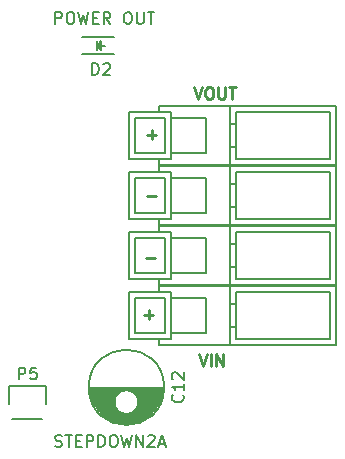
<source format=gbr>
G04 #@! TF.FileFunction,Legend,Top*
%FSLAX46Y46*%
G04 Gerber Fmt 4.6, Leading zero omitted, Abs format (unit mm)*
G04 Created by KiCad (PCBNEW 4.0.2-stable) date 07/11/2016 13:31:13*
%MOMM*%
G01*
G04 APERTURE LIST*
%ADD10C,0.150000*%
%ADD11C,0.250000*%
%ADD12C,0.200000*%
G04 APERTURE END LIST*
D10*
D11*
X144542095Y-74636381D02*
X144875428Y-75636381D01*
X145208762Y-74636381D01*
X145732571Y-74636381D02*
X145923048Y-74636381D01*
X146018286Y-74684000D01*
X146113524Y-74779238D01*
X146161143Y-74969714D01*
X146161143Y-75303048D01*
X146113524Y-75493524D01*
X146018286Y-75588762D01*
X145923048Y-75636381D01*
X145732571Y-75636381D01*
X145637333Y-75588762D01*
X145542095Y-75493524D01*
X145494476Y-75303048D01*
X145494476Y-74969714D01*
X145542095Y-74779238D01*
X145637333Y-74684000D01*
X145732571Y-74636381D01*
X146589714Y-74636381D02*
X146589714Y-75445905D01*
X146637333Y-75541143D01*
X146684952Y-75588762D01*
X146780190Y-75636381D01*
X146970667Y-75636381D01*
X147065905Y-75588762D01*
X147113524Y-75541143D01*
X147161143Y-75445905D01*
X147161143Y-74636381D01*
X147494476Y-74636381D02*
X148065905Y-74636381D01*
X147780190Y-75636381D02*
X147780190Y-74636381D01*
X144954762Y-97242381D02*
X145288095Y-98242381D01*
X145621429Y-97242381D01*
X145954762Y-98242381D02*
X145954762Y-97242381D01*
X146430952Y-98242381D02*
X146430952Y-97242381D01*
X147002381Y-98242381D01*
X147002381Y-97242381D01*
X141223952Y-89098429D02*
X140462047Y-89098429D01*
X141350952Y-83891429D02*
X140589047Y-83891429D01*
X141096952Y-93924429D02*
X140335047Y-93924429D01*
X140715999Y-94305381D02*
X140715999Y-93543476D01*
X141350952Y-78684429D02*
X140589047Y-78684429D01*
X140969999Y-79065381D02*
X140969999Y-78303476D01*
D12*
X132786952Y-69286381D02*
X132786952Y-68286381D01*
X133167905Y-68286381D01*
X133263143Y-68334000D01*
X133310762Y-68381619D01*
X133358381Y-68476857D01*
X133358381Y-68619714D01*
X133310762Y-68714952D01*
X133263143Y-68762571D01*
X133167905Y-68810190D01*
X132786952Y-68810190D01*
X133977428Y-68286381D02*
X134167905Y-68286381D01*
X134263143Y-68334000D01*
X134358381Y-68429238D01*
X134406000Y-68619714D01*
X134406000Y-68953048D01*
X134358381Y-69143524D01*
X134263143Y-69238762D01*
X134167905Y-69286381D01*
X133977428Y-69286381D01*
X133882190Y-69238762D01*
X133786952Y-69143524D01*
X133739333Y-68953048D01*
X133739333Y-68619714D01*
X133786952Y-68429238D01*
X133882190Y-68334000D01*
X133977428Y-68286381D01*
X134739333Y-68286381D02*
X134977428Y-69286381D01*
X135167905Y-68572095D01*
X135358381Y-69286381D01*
X135596476Y-68286381D01*
X135977428Y-68762571D02*
X136310762Y-68762571D01*
X136453619Y-69286381D02*
X135977428Y-69286381D01*
X135977428Y-68286381D01*
X136453619Y-68286381D01*
X137453619Y-69286381D02*
X137120285Y-68810190D01*
X136882190Y-69286381D02*
X136882190Y-68286381D01*
X137263143Y-68286381D01*
X137358381Y-68334000D01*
X137406000Y-68381619D01*
X137453619Y-68476857D01*
X137453619Y-68619714D01*
X137406000Y-68714952D01*
X137358381Y-68762571D01*
X137263143Y-68810190D01*
X136882190Y-68810190D01*
X138834571Y-68286381D02*
X139025048Y-68286381D01*
X139120286Y-68334000D01*
X139215524Y-68429238D01*
X139263143Y-68619714D01*
X139263143Y-68953048D01*
X139215524Y-69143524D01*
X139120286Y-69238762D01*
X139025048Y-69286381D01*
X138834571Y-69286381D01*
X138739333Y-69238762D01*
X138644095Y-69143524D01*
X138596476Y-68953048D01*
X138596476Y-68619714D01*
X138644095Y-68429238D01*
X138739333Y-68334000D01*
X138834571Y-68286381D01*
X139691714Y-68286381D02*
X139691714Y-69095905D01*
X139739333Y-69191143D01*
X139786952Y-69238762D01*
X139882190Y-69286381D01*
X140072667Y-69286381D01*
X140167905Y-69238762D01*
X140215524Y-69191143D01*
X140263143Y-69095905D01*
X140263143Y-68286381D01*
X140596476Y-68286381D02*
X141167905Y-68286381D01*
X140882190Y-69286381D02*
X140882190Y-68286381D01*
X132771143Y-105052762D02*
X132914000Y-105100381D01*
X133152096Y-105100381D01*
X133247334Y-105052762D01*
X133294953Y-105005143D01*
X133342572Y-104909905D01*
X133342572Y-104814667D01*
X133294953Y-104719429D01*
X133247334Y-104671810D01*
X133152096Y-104624190D01*
X132961619Y-104576571D01*
X132866381Y-104528952D01*
X132818762Y-104481333D01*
X132771143Y-104386095D01*
X132771143Y-104290857D01*
X132818762Y-104195619D01*
X132866381Y-104148000D01*
X132961619Y-104100381D01*
X133199715Y-104100381D01*
X133342572Y-104148000D01*
X133628286Y-104100381D02*
X134199715Y-104100381D01*
X133914000Y-105100381D02*
X133914000Y-104100381D01*
X134533048Y-104576571D02*
X134866382Y-104576571D01*
X135009239Y-105100381D02*
X134533048Y-105100381D01*
X134533048Y-104100381D01*
X135009239Y-104100381D01*
X135437810Y-105100381D02*
X135437810Y-104100381D01*
X135818763Y-104100381D01*
X135914001Y-104148000D01*
X135961620Y-104195619D01*
X136009239Y-104290857D01*
X136009239Y-104433714D01*
X135961620Y-104528952D01*
X135914001Y-104576571D01*
X135818763Y-104624190D01*
X135437810Y-104624190D01*
X136437810Y-105100381D02*
X136437810Y-104100381D01*
X136675905Y-104100381D01*
X136818763Y-104148000D01*
X136914001Y-104243238D01*
X136961620Y-104338476D01*
X137009239Y-104528952D01*
X137009239Y-104671810D01*
X136961620Y-104862286D01*
X136914001Y-104957524D01*
X136818763Y-105052762D01*
X136675905Y-105100381D01*
X136437810Y-105100381D01*
X137628286Y-104100381D02*
X137818763Y-104100381D01*
X137914001Y-104148000D01*
X138009239Y-104243238D01*
X138056858Y-104433714D01*
X138056858Y-104767048D01*
X138009239Y-104957524D01*
X137914001Y-105052762D01*
X137818763Y-105100381D01*
X137628286Y-105100381D01*
X137533048Y-105052762D01*
X137437810Y-104957524D01*
X137390191Y-104767048D01*
X137390191Y-104433714D01*
X137437810Y-104243238D01*
X137533048Y-104148000D01*
X137628286Y-104100381D01*
X138390191Y-104100381D02*
X138628286Y-105100381D01*
X138818763Y-104386095D01*
X139009239Y-105100381D01*
X139247334Y-104100381D01*
X139628286Y-105100381D02*
X139628286Y-104100381D01*
X140199715Y-105100381D01*
X140199715Y-104100381D01*
X140628286Y-104195619D02*
X140675905Y-104148000D01*
X140771143Y-104100381D01*
X141009239Y-104100381D01*
X141104477Y-104148000D01*
X141152096Y-104195619D01*
X141199715Y-104290857D01*
X141199715Y-104386095D01*
X141152096Y-104528952D01*
X140580667Y-105100381D01*
X141199715Y-105100381D01*
X141580667Y-104814667D02*
X142056858Y-104814667D01*
X141485429Y-105100381D02*
X141818762Y-104100381D01*
X142152096Y-105100381D01*
D10*
X141558000Y-91480000D02*
X141558000Y-91980000D01*
X141558000Y-95980000D02*
X141558000Y-96480000D01*
X147558000Y-91479900D02*
X147558000Y-96480100D01*
X156558000Y-91479900D02*
X156558000Y-96480100D01*
X139558000Y-92479000D02*
X139558000Y-95481000D01*
X142057900Y-92479000D02*
X142057900Y-95481000D01*
X139057900Y-95980000D02*
X139057900Y-91980000D01*
X142558000Y-95980000D02*
X142558000Y-91980000D01*
X145558000Y-92479900D02*
X145558000Y-95480100D01*
X148058100Y-95980000D02*
X148058100Y-91980000D01*
X156058100Y-91980000D02*
X156058100Y-95980000D01*
X148058100Y-92980000D02*
X147558000Y-92980000D01*
X142057900Y-92480000D02*
X139558000Y-92480000D01*
X142558000Y-91980000D02*
X139057900Y-91980000D01*
X148058100Y-94980000D02*
X147558000Y-94980000D01*
X142057900Y-95480000D02*
X139558000Y-95480000D01*
X142558000Y-95980000D02*
X139057000Y-95980000D01*
X145558000Y-92480000D02*
X142558000Y-92480000D01*
X156058100Y-91980000D02*
X148058100Y-91980000D01*
X147558000Y-91480000D02*
X141558000Y-91480000D01*
X145558000Y-95480000D02*
X142558000Y-95480000D01*
X156058100Y-95980000D02*
X148058100Y-95980000D01*
X147558000Y-96480000D02*
X141558000Y-96480000D01*
X147558000Y-91480000D02*
X156558000Y-91480000D01*
X156558000Y-96480000D02*
X147558000Y-96480000D01*
X141558000Y-86400000D02*
X141558000Y-86900000D01*
X141558000Y-90900000D02*
X141558000Y-91400000D01*
X147558000Y-86399900D02*
X147558000Y-91400100D01*
X156558000Y-86399900D02*
X156558000Y-91400100D01*
X139558000Y-87399000D02*
X139558000Y-90401000D01*
X142057900Y-87399000D02*
X142057900Y-90401000D01*
X139057900Y-90900000D02*
X139057900Y-86900000D01*
X142558000Y-90900000D02*
X142558000Y-86900000D01*
X145558000Y-87399900D02*
X145558000Y-90400100D01*
X148058100Y-90900000D02*
X148058100Y-86900000D01*
X156058100Y-86900000D02*
X156058100Y-90900000D01*
X148058100Y-87900000D02*
X147558000Y-87900000D01*
X142057900Y-87400000D02*
X139558000Y-87400000D01*
X142558000Y-86900000D02*
X139057900Y-86900000D01*
X148058100Y-89900000D02*
X147558000Y-89900000D01*
X142057900Y-90400000D02*
X139558000Y-90400000D01*
X142558000Y-90900000D02*
X139057000Y-90900000D01*
X145558000Y-87400000D02*
X142558000Y-87400000D01*
X156058100Y-86900000D02*
X148058100Y-86900000D01*
X147558000Y-86400000D02*
X141558000Y-86400000D01*
X145558000Y-90400000D02*
X142558000Y-90400000D01*
X156058100Y-90900000D02*
X148058100Y-90900000D01*
X147558000Y-91400000D02*
X141558000Y-91400000D01*
X147558000Y-86400000D02*
X156558000Y-86400000D01*
X156558000Y-91400000D02*
X147558000Y-91400000D01*
X141558000Y-76240000D02*
X141558000Y-76740000D01*
X141558000Y-80740000D02*
X141558000Y-81240000D01*
X147558000Y-76239900D02*
X147558000Y-81240100D01*
X156558000Y-76239900D02*
X156558000Y-81240100D01*
X139558000Y-77239000D02*
X139558000Y-80241000D01*
X142057900Y-77239000D02*
X142057900Y-80241000D01*
X139057900Y-80740000D02*
X139057900Y-76740000D01*
X142558000Y-80740000D02*
X142558000Y-76740000D01*
X145558000Y-77239900D02*
X145558000Y-80240100D01*
X148058100Y-80740000D02*
X148058100Y-76740000D01*
X156058100Y-76740000D02*
X156058100Y-80740000D01*
X148058100Y-77740000D02*
X147558000Y-77740000D01*
X142057900Y-77240000D02*
X139558000Y-77240000D01*
X142558000Y-76740000D02*
X139057900Y-76740000D01*
X148058100Y-79740000D02*
X147558000Y-79740000D01*
X142057900Y-80240000D02*
X139558000Y-80240000D01*
X142558000Y-80740000D02*
X139057000Y-80740000D01*
X145558000Y-77240000D02*
X142558000Y-77240000D01*
X156058100Y-76740000D02*
X148058100Y-76740000D01*
X147558000Y-76240000D02*
X141558000Y-76240000D01*
X145558000Y-80240000D02*
X142558000Y-80240000D01*
X156058100Y-80740000D02*
X148058100Y-80740000D01*
X147558000Y-81240000D02*
X141558000Y-81240000D01*
X147558000Y-76240000D02*
X156558000Y-76240000D01*
X156558000Y-81240000D02*
X147558000Y-81240000D01*
X141558000Y-81320000D02*
X141558000Y-81820000D01*
X141558000Y-85820000D02*
X141558000Y-86320000D01*
X147558000Y-81319900D02*
X147558000Y-86320100D01*
X156558000Y-81319900D02*
X156558000Y-86320100D01*
X139558000Y-82319000D02*
X139558000Y-85321000D01*
X142057900Y-82319000D02*
X142057900Y-85321000D01*
X139057900Y-85820000D02*
X139057900Y-81820000D01*
X142558000Y-85820000D02*
X142558000Y-81820000D01*
X145558000Y-82319900D02*
X145558000Y-85320100D01*
X148058100Y-85820000D02*
X148058100Y-81820000D01*
X156058100Y-81820000D02*
X156058100Y-85820000D01*
X148058100Y-82820000D02*
X147558000Y-82820000D01*
X142057900Y-82320000D02*
X139558000Y-82320000D01*
X142558000Y-81820000D02*
X139057900Y-81820000D01*
X148058100Y-84820000D02*
X147558000Y-84820000D01*
X142057900Y-85320000D02*
X139558000Y-85320000D01*
X142558000Y-85820000D02*
X139057000Y-85820000D01*
X145558000Y-82320000D02*
X142558000Y-82320000D01*
X156058100Y-81820000D02*
X148058100Y-81820000D01*
X147558000Y-81320000D02*
X141558000Y-81320000D01*
X145558000Y-85320000D02*
X142558000Y-85320000D01*
X156058100Y-85820000D02*
X148058100Y-85820000D01*
X147558000Y-86320000D02*
X141558000Y-86320000D01*
X147558000Y-81320000D02*
X156558000Y-81320000D01*
X156558000Y-86320000D02*
X147558000Y-86320000D01*
X131979000Y-99923000D02*
X131979000Y-101473000D01*
X128879000Y-101473000D02*
X128879000Y-99923000D01*
X128879000Y-99923000D02*
X131979000Y-99923000D01*
X129159000Y-102743000D02*
X131699000Y-102743000D01*
X141960000Y-100131000D02*
X135662000Y-100131000D01*
X141954000Y-100271000D02*
X135668000Y-100271000D01*
X141941000Y-100411000D02*
X139257000Y-100411000D01*
X138365000Y-100411000D02*
X135681000Y-100411000D01*
X141922000Y-100551000D02*
X139467000Y-100551000D01*
X138155000Y-100551000D02*
X135700000Y-100551000D01*
X141896000Y-100691000D02*
X139600000Y-100691000D01*
X138022000Y-100691000D02*
X135726000Y-100691000D01*
X141864000Y-100831000D02*
X139691000Y-100831000D01*
X137931000Y-100831000D02*
X135758000Y-100831000D01*
X141825000Y-100971000D02*
X139753000Y-100971000D01*
X137869000Y-100971000D02*
X135797000Y-100971000D01*
X141779000Y-101111000D02*
X139792000Y-101111000D01*
X137830000Y-101111000D02*
X135843000Y-101111000D01*
X141726000Y-101251000D02*
X139809000Y-101251000D01*
X137813000Y-101251000D02*
X135896000Y-101251000D01*
X141664000Y-101391000D02*
X139807000Y-101391000D01*
X137815000Y-101391000D02*
X135958000Y-101391000D01*
X141594000Y-101531000D02*
X139785000Y-101531000D01*
X137837000Y-101531000D02*
X136028000Y-101531000D01*
X141515000Y-101671000D02*
X139742000Y-101671000D01*
X137880000Y-101671000D02*
X136107000Y-101671000D01*
X141427000Y-101811000D02*
X139674000Y-101811000D01*
X137948000Y-101811000D02*
X136195000Y-101811000D01*
X141327000Y-101951000D02*
X139575000Y-101951000D01*
X138047000Y-101951000D02*
X136295000Y-101951000D01*
X141215000Y-102091000D02*
X139430000Y-102091000D01*
X138192000Y-102091000D02*
X136407000Y-102091000D01*
X141090000Y-102231000D02*
X139191000Y-102231000D01*
X138431000Y-102231000D02*
X136532000Y-102231000D01*
X140947000Y-102371000D02*
X136675000Y-102371000D01*
X140785000Y-102511000D02*
X136837000Y-102511000D01*
X140597000Y-102651000D02*
X137025000Y-102651000D01*
X140374000Y-102791000D02*
X137248000Y-102791000D01*
X140098000Y-102931000D02*
X137524000Y-102931000D01*
X139723000Y-103071000D02*
X137899000Y-103071000D01*
X139811000Y-101306000D02*
G75*
G03X139811000Y-101306000I-1000000J0D01*
G01*
X141998500Y-100056000D02*
G75*
G03X141998500Y-100056000I-3187500J0D01*
G01*
X135052000Y-71870000D02*
X137752000Y-71870000D01*
X135052000Y-70370000D02*
X137752000Y-70370000D01*
X136552000Y-71270000D02*
X136552000Y-71020000D01*
X136552000Y-71020000D02*
X136402000Y-71170000D01*
X136302000Y-70770000D02*
X136302000Y-71470000D01*
X136652000Y-71120000D02*
X137002000Y-71120000D01*
X136302000Y-71120000D02*
X136652000Y-70770000D01*
X136652000Y-70770000D02*
X136652000Y-71470000D01*
X136652000Y-71470000D02*
X136302000Y-71120000D01*
X129690905Y-99385381D02*
X129690905Y-98385381D01*
X130071858Y-98385381D01*
X130167096Y-98433000D01*
X130214715Y-98480619D01*
X130262334Y-98575857D01*
X130262334Y-98718714D01*
X130214715Y-98813952D01*
X130167096Y-98861571D01*
X130071858Y-98909190D01*
X129690905Y-98909190D01*
X131167096Y-98385381D02*
X130690905Y-98385381D01*
X130643286Y-98861571D01*
X130690905Y-98813952D01*
X130786143Y-98766333D01*
X131024239Y-98766333D01*
X131119477Y-98813952D01*
X131167096Y-98861571D01*
X131214715Y-98956810D01*
X131214715Y-99194905D01*
X131167096Y-99290143D01*
X131119477Y-99337762D01*
X131024239Y-99385381D01*
X130786143Y-99385381D01*
X130690905Y-99337762D01*
X130643286Y-99290143D01*
X143568143Y-100698857D02*
X143615762Y-100746476D01*
X143663381Y-100889333D01*
X143663381Y-100984571D01*
X143615762Y-101127429D01*
X143520524Y-101222667D01*
X143425286Y-101270286D01*
X143234810Y-101317905D01*
X143091952Y-101317905D01*
X142901476Y-101270286D01*
X142806238Y-101222667D01*
X142711000Y-101127429D01*
X142663381Y-100984571D01*
X142663381Y-100889333D01*
X142711000Y-100746476D01*
X142758619Y-100698857D01*
X143663381Y-99746476D02*
X143663381Y-100317905D01*
X143663381Y-100032191D02*
X142663381Y-100032191D01*
X142806238Y-100127429D01*
X142901476Y-100222667D01*
X142949095Y-100317905D01*
X142758619Y-99365524D02*
X142711000Y-99317905D01*
X142663381Y-99222667D01*
X142663381Y-98984571D01*
X142711000Y-98889333D01*
X142758619Y-98841714D01*
X142853857Y-98794095D01*
X142949095Y-98794095D01*
X143091952Y-98841714D01*
X143663381Y-99413143D01*
X143663381Y-98794095D01*
X135913905Y-73604381D02*
X135913905Y-72604381D01*
X136152000Y-72604381D01*
X136294858Y-72652000D01*
X136390096Y-72747238D01*
X136437715Y-72842476D01*
X136485334Y-73032952D01*
X136485334Y-73175810D01*
X136437715Y-73366286D01*
X136390096Y-73461524D01*
X136294858Y-73556762D01*
X136152000Y-73604381D01*
X135913905Y-73604381D01*
X136866286Y-72699619D02*
X136913905Y-72652000D01*
X137009143Y-72604381D01*
X137247239Y-72604381D01*
X137342477Y-72652000D01*
X137390096Y-72699619D01*
X137437715Y-72794857D01*
X137437715Y-72890095D01*
X137390096Y-73032952D01*
X136818667Y-73604381D01*
X137437715Y-73604381D01*
M02*

</source>
